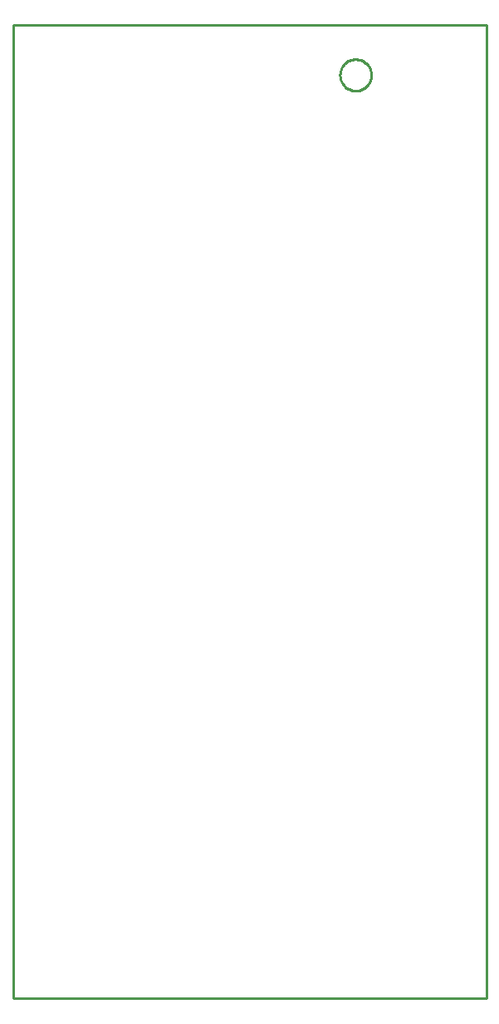
<source format=gbr>
G04 EAGLE Gerber RS-274X export*
G75*
%MOMM*%
%FSLAX34Y34*%
%LPD*%
%IN*%
%IPPOS*%
%AMOC8*
5,1,8,0,0,1.08239X$1,22.5*%
G01*
%ADD10C,0.254000*%


D10*
X0Y0D02*
X482600Y0D01*
X482600Y990600D01*
X0Y990500D01*
X0Y0D01*
X365252Y939276D02*
X365183Y938231D01*
X365047Y937192D01*
X364842Y936164D01*
X364571Y935152D01*
X364234Y934160D01*
X363833Y933192D01*
X363370Y932253D01*
X362846Y931345D01*
X362264Y930474D01*
X361626Y929643D01*
X360936Y928855D01*
X360195Y928114D01*
X359407Y927424D01*
X358576Y926786D01*
X357705Y926204D01*
X356797Y925680D01*
X355858Y925217D01*
X354890Y924816D01*
X353898Y924479D01*
X352886Y924208D01*
X351858Y924003D01*
X350819Y923867D01*
X349774Y923798D01*
X348726Y923798D01*
X347681Y923867D01*
X346642Y924003D01*
X345614Y924208D01*
X344602Y924479D01*
X343610Y924816D01*
X342642Y925217D01*
X341703Y925680D01*
X340795Y926204D01*
X339924Y926786D01*
X339093Y927424D01*
X338305Y928114D01*
X337564Y928855D01*
X336874Y929643D01*
X336236Y930474D01*
X335654Y931345D01*
X335130Y932253D01*
X334667Y933192D01*
X334266Y934160D01*
X333929Y935152D01*
X333658Y936164D01*
X333453Y937192D01*
X333317Y938231D01*
X333248Y939276D01*
X333248Y940324D01*
X333317Y941369D01*
X333453Y942408D01*
X333658Y943436D01*
X333929Y944448D01*
X334266Y945440D01*
X334667Y946408D01*
X335130Y947347D01*
X335654Y948255D01*
X336236Y949126D01*
X336874Y949957D01*
X337564Y950745D01*
X338305Y951486D01*
X339093Y952176D01*
X339924Y952814D01*
X340795Y953396D01*
X341703Y953920D01*
X342642Y954383D01*
X343610Y954784D01*
X344602Y955121D01*
X345614Y955392D01*
X346642Y955597D01*
X347681Y955733D01*
X348726Y955802D01*
X349774Y955802D01*
X350819Y955733D01*
X351858Y955597D01*
X352886Y955392D01*
X353898Y955121D01*
X354890Y954784D01*
X355858Y954383D01*
X356797Y953920D01*
X357705Y953396D01*
X358576Y952814D01*
X359407Y952176D01*
X360195Y951486D01*
X360936Y950745D01*
X361626Y949957D01*
X362264Y949126D01*
X362846Y948255D01*
X363370Y947347D01*
X363833Y946408D01*
X364234Y945440D01*
X364571Y944448D01*
X364842Y943436D01*
X365047Y942408D01*
X365183Y941369D01*
X365252Y940324D01*
X365252Y939276D01*
M02*

</source>
